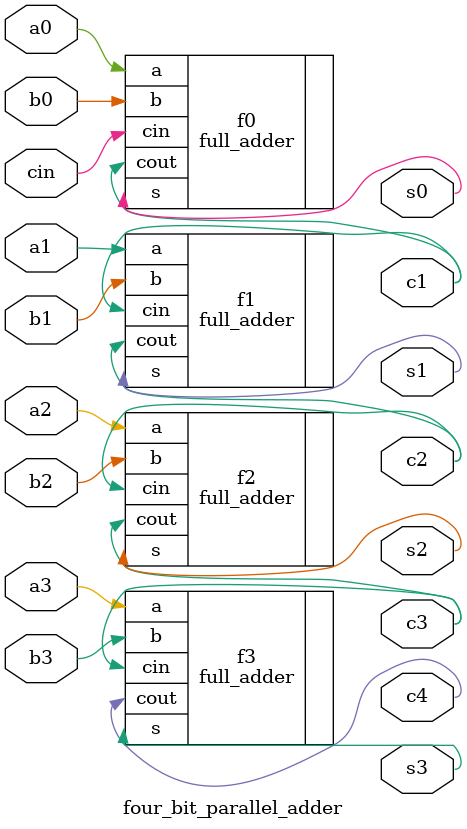
<source format=v>
`timescale 1ns / 1ps

module four_bit_parallel_adder(a0, a1, a2, a3, b0, b1, b2, b3, cin, c1, c2, c3, c4, s0, s1, s2, s3);
    input a0, a1, a2, a3, b0, b1, b2, b3, cin;
    output c1, c2, c3, c4, s0, s1, s2, s3;
    
    full_adder f0(.a(a0), .b(b0), .cin(cin), .s(s0), .cout(c1));
    full_adder f1(.a(a1), .b(b1), .cin(c1), .s(s1), .cout(c2));
    full_adder f2(.a(a2), .b(b2), .cin(c2), .s(s2), .cout(c3));
    full_adder f3(.a(a3), .b(b3), .cin(c3), .s(s3), .cout(c4));
endmodule

</source>
